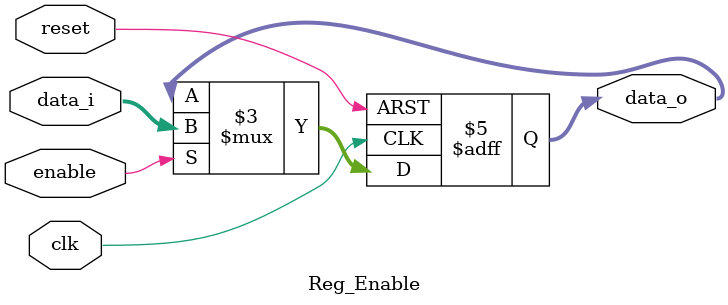
<source format=v>
module Reg_Enable(
    input clk, enable, reset,
    input [31:0] data_i,
    output reg [31:0] data_o
);

    always @(posedge clk or negedge reset) begin 
        if(!reset) data_o <= 0;
        else
            if (enable) data_o <= data_i;
    end

endmodule 
</source>
